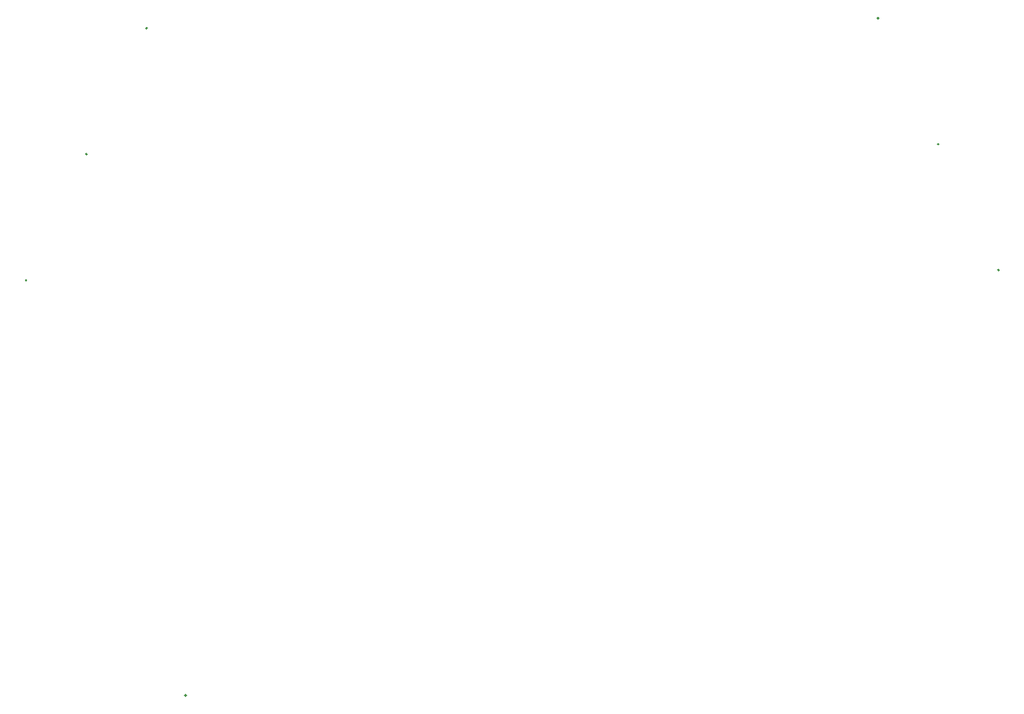
<source format=gbr>
%TF.GenerationSoftware,KiCad,Pcbnew,8.0.7*%
%TF.CreationDate,2025-01-10T10:44:29-08:00*%
%TF.ProjectId,sessile,73657373-696c-4652-9e6b-696361645f70,0.1*%
%TF.SameCoordinates,Original*%
%TF.FileFunction,Other,Comment*%
%FSLAX46Y46*%
G04 Gerber Fmt 4.6, Leading zero omitted, Abs format (unit mm)*
G04 Created by KiCad (PCBNEW 8.0.7) date 2025-01-10 10:44:29*
%MOMM*%
%LPD*%
G01*
G04 APERTURE LIST*
%ADD10C,0.200000*%
G04 APERTURE END LIST*
D10*
%TO.C,D7*%
X232176589Y-105912854D02*
G75*
G02*
X231976589Y-105912854I-100000J0D01*
G01*
X231976589Y-105912854D02*
G75*
G02*
X232176589Y-105912854I100000J0D01*
G01*
%TO.C,D3*%
X117909638Y-122964466D02*
G75*
G02*
X117709638Y-122964466I-100000J0D01*
G01*
X117709638Y-122964466D02*
G75*
G02*
X117909638Y-122964466I100000J0D01*
G01*
%TO.C,D6*%
X239724589Y-121701384D02*
G75*
G02*
X239524589Y-121701384I-100000J0D01*
G01*
X239524589Y-121701384D02*
G75*
G02*
X239724589Y-121701384I100000J0D01*
G01*
%TO.C,D9*%
X137901369Y-175001839D02*
G75*
G02*
X137701369Y-175001839I-100000J0D01*
G01*
X137701369Y-175001839D02*
G75*
G02*
X137901369Y-175001839I100000J0D01*
G01*
%TO.C,D8*%
X224628588Y-90124324D02*
G75*
G02*
X224428588Y-90124324I-100000J0D01*
G01*
X224428588Y-90124324D02*
G75*
G02*
X224628588Y-90124324I100000J0D01*
G01*
%TO.C,D5*%
X133005640Y-91387406D02*
G75*
G02*
X132805640Y-91387406I-100000J0D01*
G01*
X132805640Y-91387406D02*
G75*
G02*
X133005640Y-91387406I100000J0D01*
G01*
%TO.C,D4*%
X125457639Y-107175936D02*
G75*
G02*
X125257639Y-107175936I-100000J0D01*
G01*
X125257639Y-107175936D02*
G75*
G02*
X125457639Y-107175936I100000J0D01*
G01*
%TD*%
M02*

</source>
